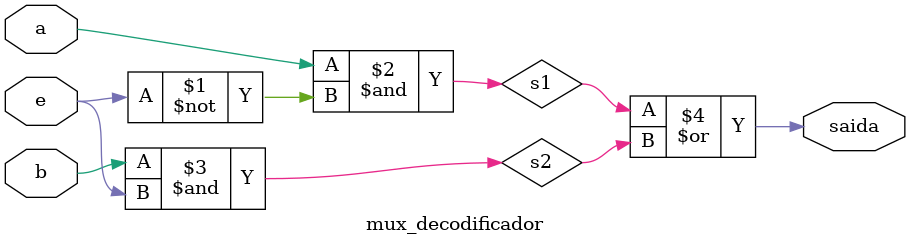
<source format=v>
module mux_decodificador(e, a, b, saida);

	input e, a, b;
	output saida;

	wire s1,s2;
	
	and(s1, a, ~e);
	and(s2, b, e);
	
	or(saida, s1, s2);

endmodule
</source>
